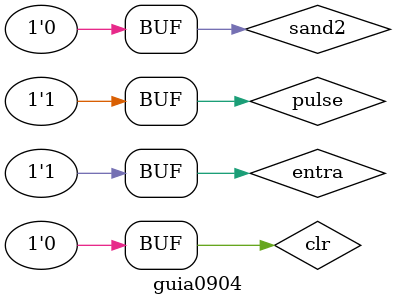
<source format=v>

`include "jkff.v"

module guia0904;

reg pulse, entra, clr;
wire a, b, c, d, e, a1, b1, c1, d1, e1, nb, nd, sand1, sand2;

jkff jk5 (a, a1, entra, entra, b1,sand2);
jkff jk4 (b, b1, entra, entra, c1, sand2);
jkff jk3 (c, c1, entra, entra, d1, sand2);
jkff jk2 (d, d1, entra, entra, e1, sand2);
jkff jk1 (e, e1, entra, entra, pulse, sand2);

not notb (nb, b);
not notd (nd, d);
and and1 (sand1, e, nd, c, nb, a);
and and2 (sand2, clr, sand1);

initial begin

$display ("guia0904");
$display ("teste - contador decadico crescente com 5 bits");
$display ("a , b,  c, d, e ");
$monitor ("%b , %b , %b, %b, %b", a, b, c, d, e );
#1 entra=1; pulse=1; clr=0;
#1 entra=1; pulse=0; clr=0;
#1 entra=1; pulse=1; clr=0;
#1 entra=1; pulse=0; clr=0;
#1 entra=1; pulse=1; clr=0;
#1 entra=1; pulse=0; clr=0;
#1 entra=1; pulse=1; clr=0;
#1 entra=1; pulse=0; clr=0;
#1 entra=1; pulse=1; clr=0;
end


endmodule
</source>
